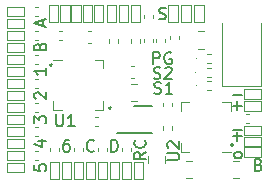
<source format=gto>
G04 #@! TF.GenerationSoftware,KiCad,Pcbnew,(5.1.9)-1*
G04 #@! TF.CreationDate,2022-12-30T13:41:52+01:00*
G04 #@! TF.ProjectId,FallerCarSystem_v2,46616c6c-6572-4436-9172-53797374656d,rev?*
G04 #@! TF.SameCoordinates,Original*
G04 #@! TF.FileFunction,Legend,Top*
G04 #@! TF.FilePolarity,Positive*
%FSLAX46Y46*%
G04 Gerber Fmt 4.6, Leading zero omitted, Abs format (unit mm)*
G04 Created by KiCad (PCBNEW (5.1.9)-1) date 2022-12-30 13:41:52*
%MOMM*%
%LPD*%
G01*
G04 APERTURE LIST*
%ADD10C,0.200000*%
%ADD11C,0.120000*%
%ADD12C,0.150000*%
%ADD13C,0.100000*%
%ADD14R,2.500000X2.500000*%
%ADD15R,1.360000X1.460000*%
%ADD16R,0.750000X0.300000*%
%ADD17R,0.500000X1.000000*%
%ADD18R,1.000000X0.500000*%
%ADD19R,1.800000X2.500000*%
%ADD20R,2.700000X2.700000*%
G04 APERTURE END LIST*
D10*
X153511285Y-56386361D02*
X153654142Y-56433980D01*
X153892238Y-56433980D01*
X153987476Y-56386361D01*
X154035095Y-56338742D01*
X154082714Y-56243504D01*
X154082714Y-56148266D01*
X154035095Y-56053028D01*
X153987476Y-56005409D01*
X153892238Y-55957790D01*
X153701761Y-55910171D01*
X153606523Y-55862552D01*
X153558904Y-55814933D01*
X153511285Y-55719695D01*
X153511285Y-55624457D01*
X153558904Y-55529219D01*
X153606523Y-55481600D01*
X153701761Y-55433980D01*
X153939857Y-55433980D01*
X154082714Y-55481600D01*
X159872419Y-67848171D02*
X159920038Y-67752933D01*
X159967657Y-67705314D01*
X160062895Y-67657695D01*
X160348609Y-67657695D01*
X160443847Y-67705314D01*
X160491466Y-67752933D01*
X160539085Y-67848171D01*
X160539085Y-67991028D01*
X160491466Y-68086266D01*
X160443847Y-68133885D01*
X160348609Y-68181504D01*
X160062895Y-68181504D01*
X159967657Y-68133885D01*
X159920038Y-68086266D01*
X159872419Y-67991028D01*
X159872419Y-67848171D01*
X160527952Y-66324171D02*
X159766047Y-66324171D01*
X160147000Y-65943219D02*
X160147000Y-66705123D01*
X160527952Y-65765371D02*
X159766047Y-65765371D01*
X149352000Y-64055714D02*
X149256761Y-63960476D01*
X149352000Y-63865238D01*
X149447238Y-63960476D01*
X149352000Y-64055714D01*
X149352000Y-63865238D01*
X152395180Y-67678276D02*
X151918990Y-68011609D01*
X152395180Y-68249704D02*
X151395180Y-68249704D01*
X151395180Y-67868752D01*
X151442800Y-67773514D01*
X151490419Y-67725895D01*
X151585657Y-67678276D01*
X151728514Y-67678276D01*
X151823752Y-67725895D01*
X151871371Y-67773514D01*
X151918990Y-67868752D01*
X151918990Y-68249704D01*
X152299942Y-66678276D02*
X152347561Y-66725895D01*
X152395180Y-66868752D01*
X152395180Y-66963990D01*
X152347561Y-67106847D01*
X152252323Y-67202085D01*
X152157085Y-67249704D01*
X151966609Y-67297323D01*
X151823752Y-67297323D01*
X151633276Y-67249704D01*
X151538038Y-67202085D01*
X151442800Y-67106847D01*
X151395180Y-66963990D01*
X151395180Y-66868752D01*
X151442800Y-66725895D01*
X151490419Y-66678276D01*
X153111295Y-62685561D02*
X153254152Y-62733180D01*
X153492247Y-62733180D01*
X153587485Y-62685561D01*
X153635104Y-62637942D01*
X153682723Y-62542704D01*
X153682723Y-62447466D01*
X153635104Y-62352228D01*
X153587485Y-62304609D01*
X153492247Y-62256990D01*
X153301771Y-62209371D01*
X153206533Y-62161752D01*
X153158914Y-62114133D01*
X153111295Y-62018895D01*
X153111295Y-61923657D01*
X153158914Y-61828419D01*
X153206533Y-61780800D01*
X153301771Y-61733180D01*
X153539866Y-61733180D01*
X153682723Y-61780800D01*
X154635104Y-62733180D02*
X154063676Y-62733180D01*
X154349390Y-62733180D02*
X154349390Y-61733180D01*
X154254152Y-61876038D01*
X154158914Y-61971276D01*
X154063676Y-62018895D01*
X153060495Y-61415561D02*
X153203352Y-61463180D01*
X153441447Y-61463180D01*
X153536685Y-61415561D01*
X153584304Y-61367942D01*
X153631923Y-61272704D01*
X153631923Y-61177466D01*
X153584304Y-61082228D01*
X153536685Y-61034609D01*
X153441447Y-60986990D01*
X153250971Y-60939371D01*
X153155733Y-60891752D01*
X153108114Y-60844133D01*
X153060495Y-60748895D01*
X153060495Y-60653657D01*
X153108114Y-60558419D01*
X153155733Y-60510800D01*
X153250971Y-60463180D01*
X153489066Y-60463180D01*
X153631923Y-60510800D01*
X154012876Y-60558419D02*
X154060495Y-60510800D01*
X154155733Y-60463180D01*
X154393828Y-60463180D01*
X154489066Y-60510800D01*
X154536685Y-60558419D01*
X154584304Y-60653657D01*
X154584304Y-60748895D01*
X154536685Y-60891752D01*
X153965257Y-61463180D01*
X154584304Y-61463180D01*
X153009695Y-60218580D02*
X153009695Y-59218580D01*
X153390647Y-59218580D01*
X153485885Y-59266200D01*
X153533504Y-59313819D01*
X153581123Y-59409057D01*
X153581123Y-59551914D01*
X153533504Y-59647152D01*
X153485885Y-59694771D01*
X153390647Y-59742390D01*
X153009695Y-59742390D01*
X154533504Y-59266200D02*
X154438266Y-59218580D01*
X154295409Y-59218580D01*
X154152552Y-59266200D01*
X154057314Y-59361438D01*
X154009695Y-59456676D01*
X153962076Y-59647152D01*
X153962076Y-59790009D01*
X154009695Y-59980485D01*
X154057314Y-60075723D01*
X154152552Y-60170961D01*
X154295409Y-60218580D01*
X154390647Y-60218580D01*
X154533504Y-60170961D01*
X154581123Y-60123342D01*
X154581123Y-59790009D01*
X154390647Y-59790009D01*
X160527952Y-62869771D02*
X159766047Y-62869771D01*
X160527952Y-63746071D02*
X159766047Y-63746071D01*
X160147000Y-63365119D02*
X160147000Y-64127023D01*
X161945628Y-68737171D02*
X162088485Y-68784790D01*
X162136104Y-68832409D01*
X162183723Y-68927647D01*
X162183723Y-69070504D01*
X162136104Y-69165742D01*
X162088485Y-69213361D01*
X161993247Y-69260980D01*
X161612295Y-69260980D01*
X161612295Y-68260980D01*
X161945628Y-68260980D01*
X162040866Y-68308600D01*
X162088485Y-68356219D01*
X162136104Y-68451457D01*
X162136104Y-68546695D01*
X162088485Y-68641933D01*
X162040866Y-68689552D01*
X161945628Y-68737171D01*
X161612295Y-68737171D01*
X159715200Y-67129114D02*
X159619961Y-67033876D01*
X159715200Y-66938638D01*
X159810438Y-67033876D01*
X159715200Y-67129114D01*
X159715200Y-66938638D01*
X144335500Y-60372714D02*
X144240261Y-60277476D01*
X144335500Y-60182238D01*
X144430738Y-60277476D01*
X144335500Y-60372714D01*
X144335500Y-60182238D01*
X149471095Y-67635380D02*
X149471095Y-66635380D01*
X149709190Y-66635380D01*
X149852047Y-66683000D01*
X149947285Y-66778238D01*
X149994904Y-66873476D01*
X150042523Y-67063952D01*
X150042523Y-67206809D01*
X149994904Y-67397285D01*
X149947285Y-67492523D01*
X149852047Y-67587761D01*
X149709190Y-67635380D01*
X149471095Y-67635380D01*
X148010523Y-67540142D02*
X147962904Y-67587761D01*
X147820047Y-67635380D01*
X147724809Y-67635380D01*
X147581952Y-67587761D01*
X147486714Y-67492523D01*
X147439095Y-67397285D01*
X147391476Y-67206809D01*
X147391476Y-67063952D01*
X147439095Y-66873476D01*
X147486714Y-66778238D01*
X147581952Y-66683000D01*
X147724809Y-66635380D01*
X147820047Y-66635380D01*
X147962904Y-66683000D01*
X148010523Y-66730619D01*
X145859476Y-66635380D02*
X145669000Y-66635380D01*
X145573761Y-66683000D01*
X145526142Y-66730619D01*
X145430904Y-66873476D01*
X145383285Y-67063952D01*
X145383285Y-67444904D01*
X145430904Y-67540142D01*
X145478523Y-67587761D01*
X145573761Y-67635380D01*
X145764238Y-67635380D01*
X145859476Y-67587761D01*
X145907095Y-67540142D01*
X145954714Y-67444904D01*
X145954714Y-67206809D01*
X145907095Y-67111571D01*
X145859476Y-67063952D01*
X145764238Y-67016333D01*
X145573761Y-67016333D01*
X145478523Y-67063952D01*
X145430904Y-67111571D01*
X145383285Y-67206809D01*
X142962380Y-68722904D02*
X142962380Y-69199095D01*
X143438571Y-69246714D01*
X143390952Y-69199095D01*
X143343333Y-69103857D01*
X143343333Y-68865761D01*
X143390952Y-68770523D01*
X143438571Y-68722904D01*
X143533809Y-68675285D01*
X143771904Y-68675285D01*
X143867142Y-68722904D01*
X143914761Y-68770523D01*
X143962380Y-68865761D01*
X143962380Y-69103857D01*
X143914761Y-69199095D01*
X143867142Y-69246714D01*
X143295714Y-66738523D02*
X143962380Y-66738523D01*
X142914761Y-66976619D02*
X143629047Y-67214714D01*
X143629047Y-66595666D01*
X142962380Y-65230333D02*
X142962380Y-64611285D01*
X143343333Y-64944619D01*
X143343333Y-64801761D01*
X143390952Y-64706523D01*
X143438571Y-64658904D01*
X143533809Y-64611285D01*
X143771904Y-64611285D01*
X143867142Y-64658904D01*
X143914761Y-64706523D01*
X143962380Y-64801761D01*
X143962380Y-65087476D01*
X143914761Y-65182714D01*
X143867142Y-65230333D01*
X143057619Y-63150714D02*
X143010000Y-63103095D01*
X142962380Y-63007857D01*
X142962380Y-62769761D01*
X143010000Y-62674523D01*
X143057619Y-62626904D01*
X143152857Y-62579285D01*
X143248095Y-62579285D01*
X143390952Y-62626904D01*
X143962380Y-63198333D01*
X143962380Y-62579285D01*
X143962380Y-60547285D02*
X143962380Y-61118714D01*
X143962380Y-60833000D02*
X142962380Y-60833000D01*
X143105238Y-60928238D01*
X143200476Y-61023476D01*
X143248095Y-61118714D01*
X143438571Y-58729571D02*
X143486190Y-58586714D01*
X143533809Y-58539095D01*
X143629047Y-58491476D01*
X143771904Y-58491476D01*
X143867142Y-58539095D01*
X143914761Y-58586714D01*
X143962380Y-58681952D01*
X143962380Y-59062904D01*
X142962380Y-59062904D01*
X142962380Y-58729571D01*
X143010000Y-58634333D01*
X143057619Y-58586714D01*
X143152857Y-58539095D01*
X143248095Y-58539095D01*
X143343333Y-58586714D01*
X143390952Y-58634333D01*
X143438571Y-58729571D01*
X143438571Y-59062904D01*
X143676666Y-57007095D02*
X143676666Y-56530904D01*
X143962380Y-57102333D02*
X142962380Y-56769000D01*
X143962380Y-56435666D01*
D11*
X158855000Y-67652000D02*
X159580000Y-67652000D01*
X155360000Y-63432000D02*
X155360000Y-64157000D01*
X156085000Y-63432000D02*
X155360000Y-63432000D01*
X159580000Y-63432000D02*
X159580000Y-64157000D01*
X158855000Y-63432000D02*
X159580000Y-63432000D01*
X155360000Y-67652000D02*
X155360000Y-66927000D01*
X156085000Y-67652000D02*
X155360000Y-67652000D01*
D12*
X149934800Y-66042400D02*
X152934800Y-66042400D01*
X151434800Y-63802400D02*
X152934800Y-63802400D01*
D11*
X151911000Y-56643500D02*
X151111000Y-56643500D01*
X151911000Y-55243500D02*
X151911000Y-56643500D01*
X151111000Y-55243500D02*
X151911000Y-55243500D01*
X151111000Y-56643500D02*
X151111000Y-55243500D01*
X149879000Y-56643500D02*
X149079000Y-56643500D01*
X149879000Y-55243500D02*
X149879000Y-56643500D01*
X149079000Y-55243500D02*
X149879000Y-55243500D01*
X149079000Y-56643500D02*
X149079000Y-55243500D01*
X150895000Y-56643500D02*
X150095000Y-56643500D01*
X150895000Y-55243500D02*
X150895000Y-56643500D01*
X150095000Y-55243500D02*
X150895000Y-55243500D01*
X150095000Y-56643500D02*
X150095000Y-55243500D01*
X144989500Y-56643500D02*
X144189500Y-56643500D01*
X144989500Y-55243500D02*
X144989500Y-56643500D01*
X144189500Y-55243500D02*
X144989500Y-55243500D01*
X144189500Y-56643500D02*
X144189500Y-55243500D01*
X145942000Y-56643500D02*
X145142000Y-56643500D01*
X145942000Y-55243500D02*
X145942000Y-56643500D01*
X145142000Y-55243500D02*
X145942000Y-55243500D01*
X145142000Y-56643500D02*
X145142000Y-55243500D01*
X146894500Y-56643500D02*
X146094500Y-56643500D01*
X146894500Y-55243500D02*
X146894500Y-56643500D01*
X146094500Y-55243500D02*
X146894500Y-55243500D01*
X146094500Y-56643500D02*
X146094500Y-55243500D01*
X147047000Y-55243500D02*
X147847000Y-55243500D01*
X147047000Y-56643500D02*
X147047000Y-55243500D01*
X147847000Y-56643500D02*
X147047000Y-56643500D01*
X147847000Y-55243500D02*
X147847000Y-56643500D01*
X147999500Y-55243500D02*
X148799500Y-55243500D01*
X147999500Y-56643500D02*
X147999500Y-55243500D01*
X148799500Y-56643500D02*
X147999500Y-56643500D01*
X148799500Y-55243500D02*
X148799500Y-56643500D01*
X155403600Y-55243500D02*
X156203600Y-55243500D01*
X155403600Y-56643500D02*
X155403600Y-55243500D01*
X156203600Y-56643500D02*
X155403600Y-56643500D01*
X156203600Y-55243500D02*
X156203600Y-56643500D01*
X156495800Y-55243500D02*
X157295800Y-55243500D01*
X156495800Y-56643500D02*
X156495800Y-55243500D01*
X157295800Y-56643500D02*
X156495800Y-56643500D01*
X157295800Y-55243500D02*
X157295800Y-56643500D01*
X162117000Y-67265600D02*
X162117000Y-68065600D01*
X160717000Y-67265600D02*
X162117000Y-67265600D01*
X160717000Y-68065600D02*
X160717000Y-67265600D01*
X162117000Y-68065600D02*
X160717000Y-68065600D01*
X154311400Y-55243500D02*
X155111400Y-55243500D01*
X154311400Y-56643500D02*
X154311400Y-55243500D01*
X155111400Y-56643500D02*
X154311400Y-56643500D01*
X155111400Y-55243500D02*
X155111400Y-56643500D01*
X152165000Y-69940400D02*
X151365000Y-69940400D01*
X152165000Y-68540400D02*
X152165000Y-69940400D01*
X151365000Y-68540400D02*
X152165000Y-68540400D01*
X151365000Y-69940400D02*
X151365000Y-68540400D01*
X151149000Y-69940400D02*
X150349000Y-69940400D01*
X151149000Y-68540400D02*
X151149000Y-69940400D01*
X150349000Y-68540400D02*
X151149000Y-68540400D01*
X150349000Y-69940400D02*
X150349000Y-68540400D01*
X162117000Y-63354000D02*
X162117000Y-64154000D01*
X160717000Y-63354000D02*
X162117000Y-63354000D01*
X160717000Y-64154000D02*
X160717000Y-63354000D01*
X162117000Y-64154000D02*
X160717000Y-64154000D01*
X160717000Y-63138000D02*
X160717000Y-62338000D01*
X162117000Y-63138000D02*
X160717000Y-63138000D01*
X162117000Y-62338000D02*
X162117000Y-63138000D01*
X160717000Y-62338000D02*
X162117000Y-62338000D01*
X160717000Y-67151200D02*
X160717000Y-66351200D01*
X162117000Y-67151200D02*
X160717000Y-67151200D01*
X162117000Y-66351200D02*
X162117000Y-67151200D01*
X160717000Y-66351200D02*
X162117000Y-66351200D01*
X160717000Y-66236800D02*
X160717000Y-65436800D01*
X162117000Y-66236800D02*
X160717000Y-66236800D01*
X162117000Y-65436800D02*
X162117000Y-66236800D01*
X160717000Y-65436800D02*
X162117000Y-65436800D01*
X140651000Y-60217000D02*
X140651000Y-59417000D01*
X142051000Y-60217000D02*
X140651000Y-60217000D01*
X142051000Y-59417000D02*
X142051000Y-60217000D01*
X140651000Y-59417000D02*
X142051000Y-59417000D01*
X140651000Y-61233000D02*
X140651000Y-60433000D01*
X142051000Y-61233000D02*
X140651000Y-61233000D01*
X142051000Y-60433000D02*
X142051000Y-61233000D01*
X140651000Y-60433000D02*
X142051000Y-60433000D01*
X140651000Y-62249000D02*
X140651000Y-61449000D01*
X142051000Y-62249000D02*
X140651000Y-62249000D01*
X142051000Y-61449000D02*
X142051000Y-62249000D01*
X140651000Y-61449000D02*
X142051000Y-61449000D01*
X140651000Y-63265000D02*
X140651000Y-62465000D01*
X142051000Y-63265000D02*
X140651000Y-63265000D01*
X142051000Y-62465000D02*
X142051000Y-63265000D01*
X140651000Y-62465000D02*
X142051000Y-62465000D01*
X140651000Y-64281000D02*
X140651000Y-63481000D01*
X142051000Y-64281000D02*
X140651000Y-64281000D01*
X142051000Y-63481000D02*
X142051000Y-64281000D01*
X140651000Y-63481000D02*
X142051000Y-63481000D01*
X140651000Y-65297000D02*
X140651000Y-64497000D01*
X142051000Y-65297000D02*
X140651000Y-65297000D01*
X142051000Y-64497000D02*
X142051000Y-65297000D01*
X140651000Y-64497000D02*
X142051000Y-64497000D01*
X140651000Y-66313000D02*
X140651000Y-65513000D01*
X142051000Y-66313000D02*
X140651000Y-66313000D01*
X142051000Y-65513000D02*
X142051000Y-66313000D01*
X140651000Y-65513000D02*
X142051000Y-65513000D01*
X140651000Y-67329000D02*
X140651000Y-66529000D01*
X142051000Y-67329000D02*
X140651000Y-67329000D01*
X142051000Y-66529000D02*
X142051000Y-67329000D01*
X140651000Y-66529000D02*
X142051000Y-66529000D01*
X140651000Y-68345000D02*
X140651000Y-67545000D01*
X142051000Y-68345000D02*
X140651000Y-68345000D01*
X142051000Y-67545000D02*
X142051000Y-68345000D01*
X140651000Y-67545000D02*
X142051000Y-67545000D01*
X140651000Y-69361000D02*
X140651000Y-68561000D01*
X142051000Y-69361000D02*
X140651000Y-69361000D01*
X142051000Y-68561000D02*
X142051000Y-69361000D01*
X140651000Y-68561000D02*
X142051000Y-68561000D01*
X145053000Y-69940400D02*
X144253000Y-69940400D01*
X145053000Y-68540400D02*
X145053000Y-69940400D01*
X144253000Y-68540400D02*
X145053000Y-68540400D01*
X144253000Y-69940400D02*
X144253000Y-68540400D01*
X146069000Y-69940400D02*
X145269000Y-69940400D01*
X146069000Y-68540400D02*
X146069000Y-69940400D01*
X145269000Y-68540400D02*
X146069000Y-68540400D01*
X145269000Y-69940400D02*
X145269000Y-68540400D01*
X140651000Y-58185000D02*
X140651000Y-57385000D01*
X142051000Y-58185000D02*
X140651000Y-58185000D01*
X142051000Y-57385000D02*
X142051000Y-58185000D01*
X140651000Y-57385000D02*
X142051000Y-57385000D01*
X140651000Y-59201000D02*
X140651000Y-58401000D01*
X142051000Y-59201000D02*
X140651000Y-59201000D01*
X142051000Y-58401000D02*
X142051000Y-59201000D01*
X140651000Y-58401000D02*
X142051000Y-58401000D01*
X140651000Y-56153000D02*
X140651000Y-55353000D01*
X142051000Y-56153000D02*
X140651000Y-56153000D01*
X142051000Y-55353000D02*
X142051000Y-56153000D01*
X140651000Y-55353000D02*
X142051000Y-55353000D01*
X140651000Y-57169000D02*
X140651000Y-56369000D01*
X142051000Y-57169000D02*
X140651000Y-57169000D01*
X142051000Y-56369000D02*
X142051000Y-57169000D01*
X140651000Y-56369000D02*
X142051000Y-56369000D01*
X149117000Y-69940400D02*
X148317000Y-69940400D01*
X149117000Y-68540400D02*
X149117000Y-69940400D01*
X148317000Y-68540400D02*
X149117000Y-68540400D01*
X148317000Y-69940400D02*
X148317000Y-68540400D01*
X150133000Y-69940400D02*
X149333000Y-69940400D01*
X150133000Y-68540400D02*
X150133000Y-69940400D01*
X149333000Y-68540400D02*
X150133000Y-68540400D01*
X149333000Y-69940400D02*
X149333000Y-68540400D01*
X147085000Y-69940400D02*
X146285000Y-69940400D01*
X147085000Y-68540400D02*
X147085000Y-69940400D01*
X146285000Y-68540400D02*
X147085000Y-68540400D01*
X146285000Y-69940400D02*
X146285000Y-68540400D01*
X148101000Y-69940400D02*
X147301000Y-69940400D01*
X148101000Y-68540400D02*
X148101000Y-69940400D01*
X147301000Y-68540400D02*
X148101000Y-68540400D01*
X147301000Y-69940400D02*
X147301000Y-68540400D01*
X154608800Y-65761841D02*
X154608800Y-65454559D01*
X153848800Y-65761841D02*
X153848800Y-65454559D01*
X153848800Y-63498759D02*
X153848800Y-63806041D01*
X154608800Y-63498759D02*
X154608800Y-63806041D01*
X151645252Y-61876000D02*
X151122748Y-61876000D01*
X151645252Y-63346000D02*
X151122748Y-63346000D01*
X156344252Y-68403800D02*
X155821748Y-68403800D01*
X156344252Y-69873800D02*
X155821748Y-69873800D01*
X156774248Y-58901000D02*
X157296752Y-58901000D01*
X156774248Y-57431000D02*
X157296752Y-57431000D01*
X154049400Y-68561852D02*
X154049400Y-68039348D01*
X152579400Y-68561852D02*
X152579400Y-68039348D01*
X158878000Y-62106000D02*
X158878000Y-56706000D01*
X162178000Y-62106000D02*
X162178000Y-56706000D01*
X158878000Y-62106000D02*
X162178000Y-62106000D01*
D13*
X156651500Y-59753500D02*
G75*
G03*
X156651500Y-59753500I-50000J0D01*
G01*
X156651500Y-62039500D02*
G75*
G03*
X156651500Y-62039500I-50000J0D01*
G01*
X156651500Y-60896500D02*
G75*
G03*
X156651500Y-60896500I-50000J0D01*
G01*
D11*
X152210500Y-58075859D02*
X152210500Y-58383141D01*
X152970500Y-58075859D02*
X152970500Y-58383141D01*
X152210500Y-56043859D02*
X152210500Y-56351141D01*
X152970500Y-56043859D02*
X152970500Y-56351141D01*
X145007359Y-58165000D02*
X145314641Y-58165000D01*
X145007359Y-57405000D02*
X145314641Y-57405000D01*
X151131000Y-58088559D02*
X151131000Y-58395841D01*
X151891000Y-58088559D02*
X151891000Y-58395841D01*
X149276800Y-58088559D02*
X149276800Y-58395841D01*
X150036800Y-58088559D02*
X150036800Y-58395841D01*
X161164241Y-64453500D02*
X160856959Y-64453500D01*
X161164241Y-65213500D02*
X160856959Y-65213500D01*
X148055359Y-65467500D02*
X148362641Y-65467500D01*
X148055359Y-64707500D02*
X148362641Y-64707500D01*
X154050000Y-58075859D02*
X154050000Y-58383141D01*
X153290000Y-58075859D02*
X153290000Y-58383141D01*
X155218400Y-58116441D02*
X155218400Y-57809159D01*
X154458400Y-58116441D02*
X154458400Y-57809159D01*
X157887641Y-59373500D02*
X157580359Y-59373500D01*
X157887641Y-60133500D02*
X157580359Y-60133500D01*
X157887641Y-61659500D02*
X157580359Y-61659500D01*
X157887641Y-62419500D02*
X157580359Y-62419500D01*
X157887641Y-60516500D02*
X157580359Y-60516500D01*
X157887641Y-61276500D02*
X157580359Y-61276500D01*
X150369000Y-67308759D02*
X150369000Y-67616041D01*
X151129000Y-67308759D02*
X151129000Y-67616041D01*
X142975359Y-60197000D02*
X143282641Y-60197000D01*
X142975359Y-59437000D02*
X143282641Y-59437000D01*
X142975359Y-62229000D02*
X143282641Y-62229000D01*
X142975359Y-61469000D02*
X143282641Y-61469000D01*
X142975359Y-64261000D02*
X143282641Y-64261000D01*
X142975359Y-63501000D02*
X143282641Y-63501000D01*
X142975359Y-66293000D02*
X143282641Y-66293000D01*
X142975359Y-65533000D02*
X143282641Y-65533000D01*
X142975359Y-68325000D02*
X143282641Y-68325000D01*
X142975359Y-67565000D02*
X143282641Y-67565000D01*
X145033000Y-67590641D02*
X145033000Y-67283359D01*
X144273000Y-67590641D02*
X144273000Y-67283359D01*
X142975359Y-58165000D02*
X143282641Y-58165000D01*
X142975359Y-57405000D02*
X143282641Y-57405000D01*
X142975359Y-55373000D02*
X143282641Y-55373000D01*
X142975359Y-56133000D02*
X143282641Y-56133000D01*
X149097000Y-67616041D02*
X149097000Y-67308759D01*
X148337000Y-67616041D02*
X148337000Y-67308759D01*
X147065000Y-67616041D02*
X147065000Y-67308759D01*
X146305000Y-67616041D02*
X146305000Y-67308759D01*
X147496920Y-58422000D02*
X147778080Y-58422000D01*
X147496920Y-57402000D02*
X147778080Y-57402000D01*
X151422980Y-60348400D02*
X151141820Y-60348400D01*
X151422980Y-61368400D02*
X151141820Y-61368400D01*
X148070000Y-59866000D02*
X148795000Y-59866000D01*
X148795000Y-59866000D02*
X148795000Y-60591000D01*
X145300000Y-64086000D02*
X144575000Y-64086000D01*
X144575000Y-64086000D02*
X144575000Y-63361000D01*
X148070000Y-64086000D02*
X148795000Y-64086000D01*
X148795000Y-64086000D02*
X148795000Y-63361000D01*
X145300000Y-59866000D02*
X144575000Y-59866000D01*
X160306652Y-69873800D02*
X159784148Y-69873800D01*
X160306652Y-68403800D02*
X159784148Y-68403800D01*
D12*
X154214580Y-68325904D02*
X155024104Y-68325904D01*
X155119342Y-68278285D01*
X155166961Y-68230666D01*
X155214580Y-68135428D01*
X155214580Y-67944952D01*
X155166961Y-67849714D01*
X155119342Y-67802095D01*
X155024104Y-67754476D01*
X154214580Y-67754476D01*
X154309819Y-67325904D02*
X154262200Y-67278285D01*
X154214580Y-67183047D01*
X154214580Y-66944952D01*
X154262200Y-66849714D01*
X154309819Y-66802095D01*
X154405057Y-66754476D01*
X154500295Y-66754476D01*
X154643152Y-66802095D01*
X155214580Y-67373523D01*
X155214580Y-66754476D01*
X144805495Y-64476380D02*
X144805495Y-65285904D01*
X144853114Y-65381142D01*
X144900733Y-65428761D01*
X144995971Y-65476380D01*
X145186447Y-65476380D01*
X145281685Y-65428761D01*
X145329304Y-65381142D01*
X145376923Y-65285904D01*
X145376923Y-64476380D01*
X146376923Y-65476380D02*
X145805495Y-65476380D01*
X146091209Y-65476380D02*
X146091209Y-64476380D01*
X145995971Y-64619238D01*
X145900733Y-64714476D01*
X145805495Y-64762095D01*
%LPC*%
D14*
X157470000Y-65542000D03*
G36*
G01*
X158595000Y-67129500D02*
X158595000Y-67829500D01*
G75*
G02*
X158532500Y-67892000I-62500J0D01*
G01*
X158407500Y-67892000D01*
G75*
G02*
X158345000Y-67829500I0J62500D01*
G01*
X158345000Y-67129500D01*
G75*
G02*
X158407500Y-67067000I62500J0D01*
G01*
X158532500Y-67067000D01*
G75*
G02*
X158595000Y-67129500I0J-62500D01*
G01*
G37*
G36*
G01*
X158095000Y-67129500D02*
X158095000Y-67829500D01*
G75*
G02*
X158032500Y-67892000I-62500J0D01*
G01*
X157907500Y-67892000D01*
G75*
G02*
X157845000Y-67829500I0J62500D01*
G01*
X157845000Y-67129500D01*
G75*
G02*
X157907500Y-67067000I62500J0D01*
G01*
X158032500Y-67067000D01*
G75*
G02*
X158095000Y-67129500I0J-62500D01*
G01*
G37*
G36*
G01*
X157595000Y-67129500D02*
X157595000Y-67829500D01*
G75*
G02*
X157532500Y-67892000I-62500J0D01*
G01*
X157407500Y-67892000D01*
G75*
G02*
X157345000Y-67829500I0J62500D01*
G01*
X157345000Y-67129500D01*
G75*
G02*
X157407500Y-67067000I62500J0D01*
G01*
X157532500Y-67067000D01*
G75*
G02*
X157595000Y-67129500I0J-62500D01*
G01*
G37*
G36*
G01*
X157095000Y-67129500D02*
X157095000Y-67829500D01*
G75*
G02*
X157032500Y-67892000I-62500J0D01*
G01*
X156907500Y-67892000D01*
G75*
G02*
X156845000Y-67829500I0J62500D01*
G01*
X156845000Y-67129500D01*
G75*
G02*
X156907500Y-67067000I62500J0D01*
G01*
X157032500Y-67067000D01*
G75*
G02*
X157095000Y-67129500I0J-62500D01*
G01*
G37*
G36*
G01*
X156595000Y-67129500D02*
X156595000Y-67829500D01*
G75*
G02*
X156532500Y-67892000I-62500J0D01*
G01*
X156407500Y-67892000D01*
G75*
G02*
X156345000Y-67829500I0J62500D01*
G01*
X156345000Y-67129500D01*
G75*
G02*
X156407500Y-67067000I62500J0D01*
G01*
X156532500Y-67067000D01*
G75*
G02*
X156595000Y-67129500I0J-62500D01*
G01*
G37*
G36*
G01*
X155945000Y-66479500D02*
X155945000Y-66604500D01*
G75*
G02*
X155882500Y-66667000I-62500J0D01*
G01*
X155182500Y-66667000D01*
G75*
G02*
X155120000Y-66604500I0J62500D01*
G01*
X155120000Y-66479500D01*
G75*
G02*
X155182500Y-66417000I62500J0D01*
G01*
X155882500Y-66417000D01*
G75*
G02*
X155945000Y-66479500I0J-62500D01*
G01*
G37*
G36*
G01*
X155945000Y-65979500D02*
X155945000Y-66104500D01*
G75*
G02*
X155882500Y-66167000I-62500J0D01*
G01*
X155182500Y-66167000D01*
G75*
G02*
X155120000Y-66104500I0J62500D01*
G01*
X155120000Y-65979500D01*
G75*
G02*
X155182500Y-65917000I62500J0D01*
G01*
X155882500Y-65917000D01*
G75*
G02*
X155945000Y-65979500I0J-62500D01*
G01*
G37*
G36*
G01*
X155945000Y-65479500D02*
X155945000Y-65604500D01*
G75*
G02*
X155882500Y-65667000I-62500J0D01*
G01*
X155182500Y-65667000D01*
G75*
G02*
X155120000Y-65604500I0J62500D01*
G01*
X155120000Y-65479500D01*
G75*
G02*
X155182500Y-65417000I62500J0D01*
G01*
X155882500Y-65417000D01*
G75*
G02*
X155945000Y-65479500I0J-62500D01*
G01*
G37*
G36*
G01*
X155945000Y-64979500D02*
X155945000Y-65104500D01*
G75*
G02*
X155882500Y-65167000I-62500J0D01*
G01*
X155182500Y-65167000D01*
G75*
G02*
X155120000Y-65104500I0J62500D01*
G01*
X155120000Y-64979500D01*
G75*
G02*
X155182500Y-64917000I62500J0D01*
G01*
X155882500Y-64917000D01*
G75*
G02*
X155945000Y-64979500I0J-62500D01*
G01*
G37*
G36*
G01*
X155945000Y-64479500D02*
X155945000Y-64604500D01*
G75*
G02*
X155882500Y-64667000I-62500J0D01*
G01*
X155182500Y-64667000D01*
G75*
G02*
X155120000Y-64604500I0J62500D01*
G01*
X155120000Y-64479500D01*
G75*
G02*
X155182500Y-64417000I62500J0D01*
G01*
X155882500Y-64417000D01*
G75*
G02*
X155945000Y-64479500I0J-62500D01*
G01*
G37*
G36*
G01*
X156595000Y-63254500D02*
X156595000Y-63954500D01*
G75*
G02*
X156532500Y-64017000I-62500J0D01*
G01*
X156407500Y-64017000D01*
G75*
G02*
X156345000Y-63954500I0J62500D01*
G01*
X156345000Y-63254500D01*
G75*
G02*
X156407500Y-63192000I62500J0D01*
G01*
X156532500Y-63192000D01*
G75*
G02*
X156595000Y-63254500I0J-62500D01*
G01*
G37*
G36*
G01*
X157095000Y-63254500D02*
X157095000Y-63954500D01*
G75*
G02*
X157032500Y-64017000I-62500J0D01*
G01*
X156907500Y-64017000D01*
G75*
G02*
X156845000Y-63954500I0J62500D01*
G01*
X156845000Y-63254500D01*
G75*
G02*
X156907500Y-63192000I62500J0D01*
G01*
X157032500Y-63192000D01*
G75*
G02*
X157095000Y-63254500I0J-62500D01*
G01*
G37*
G36*
G01*
X157595000Y-63254500D02*
X157595000Y-63954500D01*
G75*
G02*
X157532500Y-64017000I-62500J0D01*
G01*
X157407500Y-64017000D01*
G75*
G02*
X157345000Y-63954500I0J62500D01*
G01*
X157345000Y-63254500D01*
G75*
G02*
X157407500Y-63192000I62500J0D01*
G01*
X157532500Y-63192000D01*
G75*
G02*
X157595000Y-63254500I0J-62500D01*
G01*
G37*
G36*
G01*
X158095000Y-63254500D02*
X158095000Y-63954500D01*
G75*
G02*
X158032500Y-64017000I-62500J0D01*
G01*
X157907500Y-64017000D01*
G75*
G02*
X157845000Y-63954500I0J62500D01*
G01*
X157845000Y-63254500D01*
G75*
G02*
X157907500Y-63192000I62500J0D01*
G01*
X158032500Y-63192000D01*
G75*
G02*
X158095000Y-63254500I0J-62500D01*
G01*
G37*
G36*
G01*
X158595000Y-63254500D02*
X158595000Y-63954500D01*
G75*
G02*
X158532500Y-64017000I-62500J0D01*
G01*
X158407500Y-64017000D01*
G75*
G02*
X158345000Y-63954500I0J62500D01*
G01*
X158345000Y-63254500D01*
G75*
G02*
X158407500Y-63192000I62500J0D01*
G01*
X158532500Y-63192000D01*
G75*
G02*
X158595000Y-63254500I0J-62500D01*
G01*
G37*
G36*
G01*
X159820000Y-64479500D02*
X159820000Y-64604500D01*
G75*
G02*
X159757500Y-64667000I-62500J0D01*
G01*
X159057500Y-64667000D01*
G75*
G02*
X158995000Y-64604500I0J62500D01*
G01*
X158995000Y-64479500D01*
G75*
G02*
X159057500Y-64417000I62500J0D01*
G01*
X159757500Y-64417000D01*
G75*
G02*
X159820000Y-64479500I0J-62500D01*
G01*
G37*
G36*
G01*
X159820000Y-64979500D02*
X159820000Y-65104500D01*
G75*
G02*
X159757500Y-65167000I-62500J0D01*
G01*
X159057500Y-65167000D01*
G75*
G02*
X158995000Y-65104500I0J62500D01*
G01*
X158995000Y-64979500D01*
G75*
G02*
X159057500Y-64917000I62500J0D01*
G01*
X159757500Y-64917000D01*
G75*
G02*
X159820000Y-64979500I0J-62500D01*
G01*
G37*
G36*
G01*
X159820000Y-65479500D02*
X159820000Y-65604500D01*
G75*
G02*
X159757500Y-65667000I-62500J0D01*
G01*
X159057500Y-65667000D01*
G75*
G02*
X158995000Y-65604500I0J62500D01*
G01*
X158995000Y-65479500D01*
G75*
G02*
X159057500Y-65417000I62500J0D01*
G01*
X159757500Y-65417000D01*
G75*
G02*
X159820000Y-65479500I0J-62500D01*
G01*
G37*
G36*
G01*
X159820000Y-65979500D02*
X159820000Y-66104500D01*
G75*
G02*
X159757500Y-66167000I-62500J0D01*
G01*
X159057500Y-66167000D01*
G75*
G02*
X158995000Y-66104500I0J62500D01*
G01*
X158995000Y-65979500D01*
G75*
G02*
X159057500Y-65917000I62500J0D01*
G01*
X159757500Y-65917000D01*
G75*
G02*
X159820000Y-65979500I0J-62500D01*
G01*
G37*
G36*
G01*
X159820000Y-66479500D02*
X159820000Y-66604500D01*
G75*
G02*
X159757500Y-66667000I-62500J0D01*
G01*
X159057500Y-66667000D01*
G75*
G02*
X158995000Y-66604500I0J62500D01*
G01*
X158995000Y-66479500D01*
G75*
G02*
X159057500Y-66417000I62500J0D01*
G01*
X159757500Y-66417000D01*
G75*
G02*
X159820000Y-66479500I0J-62500D01*
G01*
G37*
D15*
X151434800Y-64922400D03*
D16*
X152934800Y-64172400D03*
X152934800Y-64672400D03*
X152934800Y-65172400D03*
X152934800Y-65672400D03*
X149934800Y-65672400D03*
X149934800Y-65172400D03*
X149934800Y-64672400D03*
X149934800Y-64172400D03*
D17*
X151511000Y-55943500D03*
X149479000Y-55943500D03*
X150495000Y-55943500D03*
X144589500Y-55943500D03*
X145542000Y-55943500D03*
X146494500Y-55943500D03*
X147447000Y-55943500D03*
X148399500Y-55943500D03*
X155803600Y-55943500D03*
X156895800Y-55943500D03*
D18*
X161417000Y-67665600D03*
D17*
X154711400Y-55943500D03*
X151765000Y-69240400D03*
X150749000Y-69240400D03*
D18*
X161417000Y-63754000D03*
X161417000Y-62738000D03*
X161417000Y-66751200D03*
X161417000Y-65836800D03*
X141351000Y-59817000D03*
X141351000Y-60833000D03*
X141351000Y-61849000D03*
X141351000Y-62865000D03*
X141351000Y-63881000D03*
X141351000Y-64897000D03*
X141351000Y-65913000D03*
X141351000Y-66929000D03*
X141351000Y-67945000D03*
X141351000Y-68961000D03*
D17*
X144653000Y-69240400D03*
X145669000Y-69240400D03*
D18*
X141351000Y-57785000D03*
X141351000Y-58801000D03*
X141351000Y-55753000D03*
X141351000Y-56769000D03*
D17*
X148717000Y-69240400D03*
X149733000Y-69240400D03*
X146685000Y-69240400D03*
X147701000Y-69240400D03*
G36*
G01*
X154413800Y-65368200D02*
X154043800Y-65368200D01*
G75*
G02*
X153908800Y-65233200I0J135000D01*
G01*
X153908800Y-64963200D01*
G75*
G02*
X154043800Y-64828200I135000J0D01*
G01*
X154413800Y-64828200D01*
G75*
G02*
X154548800Y-64963200I0J-135000D01*
G01*
X154548800Y-65233200D01*
G75*
G02*
X154413800Y-65368200I-135000J0D01*
G01*
G37*
G36*
G01*
X154413800Y-66388200D02*
X154043800Y-66388200D01*
G75*
G02*
X153908800Y-66253200I0J135000D01*
G01*
X153908800Y-65983200D01*
G75*
G02*
X154043800Y-65848200I135000J0D01*
G01*
X154413800Y-65848200D01*
G75*
G02*
X154548800Y-65983200I0J-135000D01*
G01*
X154548800Y-66253200D01*
G75*
G02*
X154413800Y-66388200I-135000J0D01*
G01*
G37*
G36*
G01*
X154043800Y-63892400D02*
X154413800Y-63892400D01*
G75*
G02*
X154548800Y-64027400I0J-135000D01*
G01*
X154548800Y-64297400D01*
G75*
G02*
X154413800Y-64432400I-135000J0D01*
G01*
X154043800Y-64432400D01*
G75*
G02*
X153908800Y-64297400I0J135000D01*
G01*
X153908800Y-64027400D01*
G75*
G02*
X154043800Y-63892400I135000J0D01*
G01*
G37*
G36*
G01*
X154043800Y-62872400D02*
X154413800Y-62872400D01*
G75*
G02*
X154548800Y-63007400I0J-135000D01*
G01*
X154548800Y-63277400D01*
G75*
G02*
X154413800Y-63412400I-135000J0D01*
G01*
X154043800Y-63412400D01*
G75*
G02*
X153908800Y-63277400I0J135000D01*
G01*
X153908800Y-63007400D01*
G75*
G02*
X154043800Y-62872400I135000J0D01*
G01*
G37*
G36*
G01*
X150934000Y-62136000D02*
X150934000Y-63086000D01*
G75*
G02*
X150684000Y-63336000I-250000J0D01*
G01*
X150184000Y-63336000D01*
G75*
G02*
X149934000Y-63086000I0J250000D01*
G01*
X149934000Y-62136000D01*
G75*
G02*
X150184000Y-61886000I250000J0D01*
G01*
X150684000Y-61886000D01*
G75*
G02*
X150934000Y-62136000I0J-250000D01*
G01*
G37*
G36*
G01*
X152834000Y-62136000D02*
X152834000Y-63086000D01*
G75*
G02*
X152584000Y-63336000I-250000J0D01*
G01*
X152084000Y-63336000D01*
G75*
G02*
X151834000Y-63086000I0J250000D01*
G01*
X151834000Y-62136000D01*
G75*
G02*
X152084000Y-61886000I250000J0D01*
G01*
X152584000Y-61886000D01*
G75*
G02*
X152834000Y-62136000I0J-250000D01*
G01*
G37*
G36*
G01*
X155633000Y-68663800D02*
X155633000Y-69613800D01*
G75*
G02*
X155383000Y-69863800I-250000J0D01*
G01*
X154883000Y-69863800D01*
G75*
G02*
X154633000Y-69613800I0J250000D01*
G01*
X154633000Y-68663800D01*
G75*
G02*
X154883000Y-68413800I250000J0D01*
G01*
X155383000Y-68413800D01*
G75*
G02*
X155633000Y-68663800I0J-250000D01*
G01*
G37*
G36*
G01*
X157533000Y-68663800D02*
X157533000Y-69613800D01*
G75*
G02*
X157283000Y-69863800I-250000J0D01*
G01*
X156783000Y-69863800D01*
G75*
G02*
X156533000Y-69613800I0J250000D01*
G01*
X156533000Y-68663800D01*
G75*
G02*
X156783000Y-68413800I250000J0D01*
G01*
X157283000Y-68413800D01*
G75*
G02*
X157533000Y-68663800I0J-250000D01*
G01*
G37*
G36*
G01*
X157485500Y-58641000D02*
X157485500Y-57691000D01*
G75*
G02*
X157735500Y-57441000I250000J0D01*
G01*
X158235500Y-57441000D01*
G75*
G02*
X158485500Y-57691000I0J-250000D01*
G01*
X158485500Y-58641000D01*
G75*
G02*
X158235500Y-58891000I-250000J0D01*
G01*
X157735500Y-58891000D01*
G75*
G02*
X157485500Y-58641000I0J250000D01*
G01*
G37*
G36*
G01*
X155585500Y-58641000D02*
X155585500Y-57691000D01*
G75*
G02*
X155835500Y-57441000I250000J0D01*
G01*
X156335500Y-57441000D01*
G75*
G02*
X156585500Y-57691000I0J-250000D01*
G01*
X156585500Y-58641000D01*
G75*
G02*
X156335500Y-58891000I-250000J0D01*
G01*
X155835500Y-58891000D01*
G75*
G02*
X155585500Y-58641000I0J250000D01*
G01*
G37*
G36*
G01*
X153789400Y-67850600D02*
X152839400Y-67850600D01*
G75*
G02*
X152589400Y-67600600I0J250000D01*
G01*
X152589400Y-67100600D01*
G75*
G02*
X152839400Y-66850600I250000J0D01*
G01*
X153789400Y-66850600D01*
G75*
G02*
X154039400Y-67100600I0J-250000D01*
G01*
X154039400Y-67600600D01*
G75*
G02*
X153789400Y-67850600I-250000J0D01*
G01*
G37*
G36*
G01*
X153789400Y-69750600D02*
X152839400Y-69750600D01*
G75*
G02*
X152589400Y-69500600I0J250000D01*
G01*
X152589400Y-69000600D01*
G75*
G02*
X152839400Y-68750600I250000J0D01*
G01*
X153789400Y-68750600D01*
G75*
G02*
X154039400Y-69000600I0J-250000D01*
G01*
X154039400Y-69500600D01*
G75*
G02*
X153789400Y-69750600I-250000J0D01*
G01*
G37*
D19*
X160528000Y-56706000D03*
X160528000Y-60706000D03*
G36*
G01*
X155321500Y-59581000D02*
X155321500Y-59926000D01*
G75*
G02*
X155174000Y-60073500I-147500J0D01*
G01*
X154879000Y-60073500D01*
G75*
G02*
X154731500Y-59926000I0J147500D01*
G01*
X154731500Y-59581000D01*
G75*
G02*
X154879000Y-59433500I147500J0D01*
G01*
X155174000Y-59433500D01*
G75*
G02*
X155321500Y-59581000I0J-147500D01*
G01*
G37*
G36*
G01*
X156291500Y-59581000D02*
X156291500Y-59926000D01*
G75*
G02*
X156144000Y-60073500I-147500J0D01*
G01*
X155849000Y-60073500D01*
G75*
G02*
X155701500Y-59926000I0J147500D01*
G01*
X155701500Y-59581000D01*
G75*
G02*
X155849000Y-59433500I147500J0D01*
G01*
X156144000Y-59433500D01*
G75*
G02*
X156291500Y-59581000I0J-147500D01*
G01*
G37*
G36*
G01*
X155321500Y-61867000D02*
X155321500Y-62212000D01*
G75*
G02*
X155174000Y-62359500I-147500J0D01*
G01*
X154879000Y-62359500D01*
G75*
G02*
X154731500Y-62212000I0J147500D01*
G01*
X154731500Y-61867000D01*
G75*
G02*
X154879000Y-61719500I147500J0D01*
G01*
X155174000Y-61719500D01*
G75*
G02*
X155321500Y-61867000I0J-147500D01*
G01*
G37*
G36*
G01*
X156291500Y-61867000D02*
X156291500Y-62212000D01*
G75*
G02*
X156144000Y-62359500I-147500J0D01*
G01*
X155849000Y-62359500D01*
G75*
G02*
X155701500Y-62212000I0J147500D01*
G01*
X155701500Y-61867000D01*
G75*
G02*
X155849000Y-61719500I147500J0D01*
G01*
X156144000Y-61719500D01*
G75*
G02*
X156291500Y-61867000I0J-147500D01*
G01*
G37*
G36*
G01*
X155321500Y-60724000D02*
X155321500Y-61069000D01*
G75*
G02*
X155174000Y-61216500I-147500J0D01*
G01*
X154879000Y-61216500D01*
G75*
G02*
X154731500Y-61069000I0J147500D01*
G01*
X154731500Y-60724000D01*
G75*
G02*
X154879000Y-60576500I147500J0D01*
G01*
X155174000Y-60576500D01*
G75*
G02*
X155321500Y-60724000I0J-147500D01*
G01*
G37*
G36*
G01*
X156291500Y-60724000D02*
X156291500Y-61069000D01*
G75*
G02*
X156144000Y-61216500I-147500J0D01*
G01*
X155849000Y-61216500D01*
G75*
G02*
X155701500Y-61069000I0J147500D01*
G01*
X155701500Y-60724000D01*
G75*
G02*
X155849000Y-60576500I147500J0D01*
G01*
X156144000Y-60576500D01*
G75*
G02*
X156291500Y-60724000I0J-147500D01*
G01*
G37*
G36*
G01*
X152405500Y-58469500D02*
X152775500Y-58469500D01*
G75*
G02*
X152910500Y-58604500I0J-135000D01*
G01*
X152910500Y-58874500D01*
G75*
G02*
X152775500Y-59009500I-135000J0D01*
G01*
X152405500Y-59009500D01*
G75*
G02*
X152270500Y-58874500I0J135000D01*
G01*
X152270500Y-58604500D01*
G75*
G02*
X152405500Y-58469500I135000J0D01*
G01*
G37*
G36*
G01*
X152405500Y-57449500D02*
X152775500Y-57449500D01*
G75*
G02*
X152910500Y-57584500I0J-135000D01*
G01*
X152910500Y-57854500D01*
G75*
G02*
X152775500Y-57989500I-135000J0D01*
G01*
X152405500Y-57989500D01*
G75*
G02*
X152270500Y-57854500I0J135000D01*
G01*
X152270500Y-57584500D01*
G75*
G02*
X152405500Y-57449500I135000J0D01*
G01*
G37*
G36*
G01*
X152405500Y-56437500D02*
X152775500Y-56437500D01*
G75*
G02*
X152910500Y-56572500I0J-135000D01*
G01*
X152910500Y-56842500D01*
G75*
G02*
X152775500Y-56977500I-135000J0D01*
G01*
X152405500Y-56977500D01*
G75*
G02*
X152270500Y-56842500I0J135000D01*
G01*
X152270500Y-56572500D01*
G75*
G02*
X152405500Y-56437500I135000J0D01*
G01*
G37*
G36*
G01*
X152405500Y-55417500D02*
X152775500Y-55417500D01*
G75*
G02*
X152910500Y-55552500I0J-135000D01*
G01*
X152910500Y-55822500D01*
G75*
G02*
X152775500Y-55957500I-135000J0D01*
G01*
X152405500Y-55957500D01*
G75*
G02*
X152270500Y-55822500I0J135000D01*
G01*
X152270500Y-55552500D01*
G75*
G02*
X152405500Y-55417500I135000J0D01*
G01*
G37*
G36*
G01*
X145401000Y-57970000D02*
X145401000Y-57600000D01*
G75*
G02*
X145536000Y-57465000I135000J0D01*
G01*
X145806000Y-57465000D01*
G75*
G02*
X145941000Y-57600000I0J-135000D01*
G01*
X145941000Y-57970000D01*
G75*
G02*
X145806000Y-58105000I-135000J0D01*
G01*
X145536000Y-58105000D01*
G75*
G02*
X145401000Y-57970000I0J135000D01*
G01*
G37*
G36*
G01*
X144381000Y-57970000D02*
X144381000Y-57600000D01*
G75*
G02*
X144516000Y-57465000I135000J0D01*
G01*
X144786000Y-57465000D01*
G75*
G02*
X144921000Y-57600000I0J-135000D01*
G01*
X144921000Y-57970000D01*
G75*
G02*
X144786000Y-58105000I-135000J0D01*
G01*
X144516000Y-58105000D01*
G75*
G02*
X144381000Y-57970000I0J135000D01*
G01*
G37*
G36*
G01*
X151326000Y-58482200D02*
X151696000Y-58482200D01*
G75*
G02*
X151831000Y-58617200I0J-135000D01*
G01*
X151831000Y-58887200D01*
G75*
G02*
X151696000Y-59022200I-135000J0D01*
G01*
X151326000Y-59022200D01*
G75*
G02*
X151191000Y-58887200I0J135000D01*
G01*
X151191000Y-58617200D01*
G75*
G02*
X151326000Y-58482200I135000J0D01*
G01*
G37*
G36*
G01*
X151326000Y-57462200D02*
X151696000Y-57462200D01*
G75*
G02*
X151831000Y-57597200I0J-135000D01*
G01*
X151831000Y-57867200D01*
G75*
G02*
X151696000Y-58002200I-135000J0D01*
G01*
X151326000Y-58002200D01*
G75*
G02*
X151191000Y-57867200I0J135000D01*
G01*
X151191000Y-57597200D01*
G75*
G02*
X151326000Y-57462200I135000J0D01*
G01*
G37*
G36*
G01*
X149471800Y-58482200D02*
X149841800Y-58482200D01*
G75*
G02*
X149976800Y-58617200I0J-135000D01*
G01*
X149976800Y-58887200D01*
G75*
G02*
X149841800Y-59022200I-135000J0D01*
G01*
X149471800Y-59022200D01*
G75*
G02*
X149336800Y-58887200I0J135000D01*
G01*
X149336800Y-58617200D01*
G75*
G02*
X149471800Y-58482200I135000J0D01*
G01*
G37*
G36*
G01*
X149471800Y-57462200D02*
X149841800Y-57462200D01*
G75*
G02*
X149976800Y-57597200I0J-135000D01*
G01*
X149976800Y-57867200D01*
G75*
G02*
X149841800Y-58002200I-135000J0D01*
G01*
X149471800Y-58002200D01*
G75*
G02*
X149336800Y-57867200I0J135000D01*
G01*
X149336800Y-57597200D01*
G75*
G02*
X149471800Y-57462200I135000J0D01*
G01*
G37*
G36*
G01*
X160770600Y-64648500D02*
X160770600Y-65018500D01*
G75*
G02*
X160635600Y-65153500I-135000J0D01*
G01*
X160365600Y-65153500D01*
G75*
G02*
X160230600Y-65018500I0J135000D01*
G01*
X160230600Y-64648500D01*
G75*
G02*
X160365600Y-64513500I135000J0D01*
G01*
X160635600Y-64513500D01*
G75*
G02*
X160770600Y-64648500I0J-135000D01*
G01*
G37*
G36*
G01*
X161790600Y-64648500D02*
X161790600Y-65018500D01*
G75*
G02*
X161655600Y-65153500I-135000J0D01*
G01*
X161385600Y-65153500D01*
G75*
G02*
X161250600Y-65018500I0J135000D01*
G01*
X161250600Y-64648500D01*
G75*
G02*
X161385600Y-64513500I135000J0D01*
G01*
X161655600Y-64513500D01*
G75*
G02*
X161790600Y-64648500I0J-135000D01*
G01*
G37*
G36*
G01*
X148449000Y-65272500D02*
X148449000Y-64902500D01*
G75*
G02*
X148584000Y-64767500I135000J0D01*
G01*
X148854000Y-64767500D01*
G75*
G02*
X148989000Y-64902500I0J-135000D01*
G01*
X148989000Y-65272500D01*
G75*
G02*
X148854000Y-65407500I-135000J0D01*
G01*
X148584000Y-65407500D01*
G75*
G02*
X148449000Y-65272500I0J135000D01*
G01*
G37*
G36*
G01*
X147429000Y-65272500D02*
X147429000Y-64902500D01*
G75*
G02*
X147564000Y-64767500I135000J0D01*
G01*
X147834000Y-64767500D01*
G75*
G02*
X147969000Y-64902500I0J-135000D01*
G01*
X147969000Y-65272500D01*
G75*
G02*
X147834000Y-65407500I-135000J0D01*
G01*
X147564000Y-65407500D01*
G75*
G02*
X147429000Y-65272500I0J135000D01*
G01*
G37*
G36*
G01*
X153485000Y-57449500D02*
X153855000Y-57449500D01*
G75*
G02*
X153990000Y-57584500I0J-135000D01*
G01*
X153990000Y-57854500D01*
G75*
G02*
X153855000Y-57989500I-135000J0D01*
G01*
X153485000Y-57989500D01*
G75*
G02*
X153350000Y-57854500I0J135000D01*
G01*
X153350000Y-57584500D01*
G75*
G02*
X153485000Y-57449500I135000J0D01*
G01*
G37*
G36*
G01*
X153485000Y-58469500D02*
X153855000Y-58469500D01*
G75*
G02*
X153990000Y-58604500I0J-135000D01*
G01*
X153990000Y-58874500D01*
G75*
G02*
X153855000Y-59009500I-135000J0D01*
G01*
X153485000Y-59009500D01*
G75*
G02*
X153350000Y-58874500I0J135000D01*
G01*
X153350000Y-58604500D01*
G75*
G02*
X153485000Y-58469500I135000J0D01*
G01*
G37*
G36*
G01*
X155023400Y-57722800D02*
X154653400Y-57722800D01*
G75*
G02*
X154518400Y-57587800I0J135000D01*
G01*
X154518400Y-57317800D01*
G75*
G02*
X154653400Y-57182800I135000J0D01*
G01*
X155023400Y-57182800D01*
G75*
G02*
X155158400Y-57317800I0J-135000D01*
G01*
X155158400Y-57587800D01*
G75*
G02*
X155023400Y-57722800I-135000J0D01*
G01*
G37*
G36*
G01*
X155023400Y-58742800D02*
X154653400Y-58742800D01*
G75*
G02*
X154518400Y-58607800I0J135000D01*
G01*
X154518400Y-58337800D01*
G75*
G02*
X154653400Y-58202800I135000J0D01*
G01*
X155023400Y-58202800D01*
G75*
G02*
X155158400Y-58337800I0J-135000D01*
G01*
X155158400Y-58607800D01*
G75*
G02*
X155023400Y-58742800I-135000J0D01*
G01*
G37*
G36*
G01*
X157494000Y-59568500D02*
X157494000Y-59938500D01*
G75*
G02*
X157359000Y-60073500I-135000J0D01*
G01*
X157089000Y-60073500D01*
G75*
G02*
X156954000Y-59938500I0J135000D01*
G01*
X156954000Y-59568500D01*
G75*
G02*
X157089000Y-59433500I135000J0D01*
G01*
X157359000Y-59433500D01*
G75*
G02*
X157494000Y-59568500I0J-135000D01*
G01*
G37*
G36*
G01*
X158514000Y-59568500D02*
X158514000Y-59938500D01*
G75*
G02*
X158379000Y-60073500I-135000J0D01*
G01*
X158109000Y-60073500D01*
G75*
G02*
X157974000Y-59938500I0J135000D01*
G01*
X157974000Y-59568500D01*
G75*
G02*
X158109000Y-59433500I135000J0D01*
G01*
X158379000Y-59433500D01*
G75*
G02*
X158514000Y-59568500I0J-135000D01*
G01*
G37*
G36*
G01*
X157494000Y-61854500D02*
X157494000Y-62224500D01*
G75*
G02*
X157359000Y-62359500I-135000J0D01*
G01*
X157089000Y-62359500D01*
G75*
G02*
X156954000Y-62224500I0J135000D01*
G01*
X156954000Y-61854500D01*
G75*
G02*
X157089000Y-61719500I135000J0D01*
G01*
X157359000Y-61719500D01*
G75*
G02*
X157494000Y-61854500I0J-135000D01*
G01*
G37*
G36*
G01*
X158514000Y-61854500D02*
X158514000Y-62224500D01*
G75*
G02*
X158379000Y-62359500I-135000J0D01*
G01*
X158109000Y-62359500D01*
G75*
G02*
X157974000Y-62224500I0J135000D01*
G01*
X157974000Y-61854500D01*
G75*
G02*
X158109000Y-61719500I135000J0D01*
G01*
X158379000Y-61719500D01*
G75*
G02*
X158514000Y-61854500I0J-135000D01*
G01*
G37*
G36*
G01*
X157494000Y-60711500D02*
X157494000Y-61081500D01*
G75*
G02*
X157359000Y-61216500I-135000J0D01*
G01*
X157089000Y-61216500D01*
G75*
G02*
X156954000Y-61081500I0J135000D01*
G01*
X156954000Y-60711500D01*
G75*
G02*
X157089000Y-60576500I135000J0D01*
G01*
X157359000Y-60576500D01*
G75*
G02*
X157494000Y-60711500I0J-135000D01*
G01*
G37*
G36*
G01*
X158514000Y-60711500D02*
X158514000Y-61081500D01*
G75*
G02*
X158379000Y-61216500I-135000J0D01*
G01*
X158109000Y-61216500D01*
G75*
G02*
X157974000Y-61081500I0J135000D01*
G01*
X157974000Y-60711500D01*
G75*
G02*
X158109000Y-60576500I135000J0D01*
G01*
X158379000Y-60576500D01*
G75*
G02*
X158514000Y-60711500I0J-135000D01*
G01*
G37*
G36*
G01*
X150564000Y-67702400D02*
X150934000Y-67702400D01*
G75*
G02*
X151069000Y-67837400I0J-135000D01*
G01*
X151069000Y-68107400D01*
G75*
G02*
X150934000Y-68242400I-135000J0D01*
G01*
X150564000Y-68242400D01*
G75*
G02*
X150429000Y-68107400I0J135000D01*
G01*
X150429000Y-67837400D01*
G75*
G02*
X150564000Y-67702400I135000J0D01*
G01*
G37*
G36*
G01*
X150564000Y-66682400D02*
X150934000Y-66682400D01*
G75*
G02*
X151069000Y-66817400I0J-135000D01*
G01*
X151069000Y-67087400D01*
G75*
G02*
X150934000Y-67222400I-135000J0D01*
G01*
X150564000Y-67222400D01*
G75*
G02*
X150429000Y-67087400I0J135000D01*
G01*
X150429000Y-66817400D01*
G75*
G02*
X150564000Y-66682400I135000J0D01*
G01*
G37*
G36*
G01*
X143369000Y-60002000D02*
X143369000Y-59632000D01*
G75*
G02*
X143504000Y-59497000I135000J0D01*
G01*
X143774000Y-59497000D01*
G75*
G02*
X143909000Y-59632000I0J-135000D01*
G01*
X143909000Y-60002000D01*
G75*
G02*
X143774000Y-60137000I-135000J0D01*
G01*
X143504000Y-60137000D01*
G75*
G02*
X143369000Y-60002000I0J135000D01*
G01*
G37*
G36*
G01*
X142349000Y-60002000D02*
X142349000Y-59632000D01*
G75*
G02*
X142484000Y-59497000I135000J0D01*
G01*
X142754000Y-59497000D01*
G75*
G02*
X142889000Y-59632000I0J-135000D01*
G01*
X142889000Y-60002000D01*
G75*
G02*
X142754000Y-60137000I-135000J0D01*
G01*
X142484000Y-60137000D01*
G75*
G02*
X142349000Y-60002000I0J135000D01*
G01*
G37*
G36*
G01*
X143369000Y-62034000D02*
X143369000Y-61664000D01*
G75*
G02*
X143504000Y-61529000I135000J0D01*
G01*
X143774000Y-61529000D01*
G75*
G02*
X143909000Y-61664000I0J-135000D01*
G01*
X143909000Y-62034000D01*
G75*
G02*
X143774000Y-62169000I-135000J0D01*
G01*
X143504000Y-62169000D01*
G75*
G02*
X143369000Y-62034000I0J135000D01*
G01*
G37*
G36*
G01*
X142349000Y-62034000D02*
X142349000Y-61664000D01*
G75*
G02*
X142484000Y-61529000I135000J0D01*
G01*
X142754000Y-61529000D01*
G75*
G02*
X142889000Y-61664000I0J-135000D01*
G01*
X142889000Y-62034000D01*
G75*
G02*
X142754000Y-62169000I-135000J0D01*
G01*
X142484000Y-62169000D01*
G75*
G02*
X142349000Y-62034000I0J135000D01*
G01*
G37*
G36*
G01*
X143369000Y-64066000D02*
X143369000Y-63696000D01*
G75*
G02*
X143504000Y-63561000I135000J0D01*
G01*
X143774000Y-63561000D01*
G75*
G02*
X143909000Y-63696000I0J-135000D01*
G01*
X143909000Y-64066000D01*
G75*
G02*
X143774000Y-64201000I-135000J0D01*
G01*
X143504000Y-64201000D01*
G75*
G02*
X143369000Y-64066000I0J135000D01*
G01*
G37*
G36*
G01*
X142349000Y-64066000D02*
X142349000Y-63696000D01*
G75*
G02*
X142484000Y-63561000I135000J0D01*
G01*
X142754000Y-63561000D01*
G75*
G02*
X142889000Y-63696000I0J-135000D01*
G01*
X142889000Y-64066000D01*
G75*
G02*
X142754000Y-64201000I-135000J0D01*
G01*
X142484000Y-64201000D01*
G75*
G02*
X142349000Y-64066000I0J135000D01*
G01*
G37*
G36*
G01*
X143369000Y-66098000D02*
X143369000Y-65728000D01*
G75*
G02*
X143504000Y-65593000I135000J0D01*
G01*
X143774000Y-65593000D01*
G75*
G02*
X143909000Y-65728000I0J-135000D01*
G01*
X143909000Y-66098000D01*
G75*
G02*
X143774000Y-66233000I-135000J0D01*
G01*
X143504000Y-66233000D01*
G75*
G02*
X143369000Y-66098000I0J135000D01*
G01*
G37*
G36*
G01*
X142349000Y-66098000D02*
X142349000Y-65728000D01*
G75*
G02*
X142484000Y-65593000I135000J0D01*
G01*
X142754000Y-65593000D01*
G75*
G02*
X142889000Y-65728000I0J-135000D01*
G01*
X142889000Y-66098000D01*
G75*
G02*
X142754000Y-66233000I-135000J0D01*
G01*
X142484000Y-66233000D01*
G75*
G02*
X142349000Y-66098000I0J135000D01*
G01*
G37*
G36*
G01*
X143369000Y-68130000D02*
X143369000Y-67760000D01*
G75*
G02*
X143504000Y-67625000I135000J0D01*
G01*
X143774000Y-67625000D01*
G75*
G02*
X143909000Y-67760000I0J-135000D01*
G01*
X143909000Y-68130000D01*
G75*
G02*
X143774000Y-68265000I-135000J0D01*
G01*
X143504000Y-68265000D01*
G75*
G02*
X143369000Y-68130000I0J135000D01*
G01*
G37*
G36*
G01*
X142349000Y-68130000D02*
X142349000Y-67760000D01*
G75*
G02*
X142484000Y-67625000I135000J0D01*
G01*
X142754000Y-67625000D01*
G75*
G02*
X142889000Y-67760000I0J-135000D01*
G01*
X142889000Y-68130000D01*
G75*
G02*
X142754000Y-68265000I-135000J0D01*
G01*
X142484000Y-68265000D01*
G75*
G02*
X142349000Y-68130000I0J135000D01*
G01*
G37*
G36*
G01*
X144838000Y-67197000D02*
X144468000Y-67197000D01*
G75*
G02*
X144333000Y-67062000I0J135000D01*
G01*
X144333000Y-66792000D01*
G75*
G02*
X144468000Y-66657000I135000J0D01*
G01*
X144838000Y-66657000D01*
G75*
G02*
X144973000Y-66792000I0J-135000D01*
G01*
X144973000Y-67062000D01*
G75*
G02*
X144838000Y-67197000I-135000J0D01*
G01*
G37*
G36*
G01*
X144838000Y-68217000D02*
X144468000Y-68217000D01*
G75*
G02*
X144333000Y-68082000I0J135000D01*
G01*
X144333000Y-67812000D01*
G75*
G02*
X144468000Y-67677000I135000J0D01*
G01*
X144838000Y-67677000D01*
G75*
G02*
X144973000Y-67812000I0J-135000D01*
G01*
X144973000Y-68082000D01*
G75*
G02*
X144838000Y-68217000I-135000J0D01*
G01*
G37*
G36*
G01*
X143369000Y-57970000D02*
X143369000Y-57600000D01*
G75*
G02*
X143504000Y-57465000I135000J0D01*
G01*
X143774000Y-57465000D01*
G75*
G02*
X143909000Y-57600000I0J-135000D01*
G01*
X143909000Y-57970000D01*
G75*
G02*
X143774000Y-58105000I-135000J0D01*
G01*
X143504000Y-58105000D01*
G75*
G02*
X143369000Y-57970000I0J135000D01*
G01*
G37*
G36*
G01*
X142349000Y-57970000D02*
X142349000Y-57600000D01*
G75*
G02*
X142484000Y-57465000I135000J0D01*
G01*
X142754000Y-57465000D01*
G75*
G02*
X142889000Y-57600000I0J-135000D01*
G01*
X142889000Y-57970000D01*
G75*
G02*
X142754000Y-58105000I-135000J0D01*
G01*
X142484000Y-58105000D01*
G75*
G02*
X142349000Y-57970000I0J135000D01*
G01*
G37*
G36*
G01*
X142349000Y-55938000D02*
X142349000Y-55568000D01*
G75*
G02*
X142484000Y-55433000I135000J0D01*
G01*
X142754000Y-55433000D01*
G75*
G02*
X142889000Y-55568000I0J-135000D01*
G01*
X142889000Y-55938000D01*
G75*
G02*
X142754000Y-56073000I-135000J0D01*
G01*
X142484000Y-56073000D01*
G75*
G02*
X142349000Y-55938000I0J135000D01*
G01*
G37*
G36*
G01*
X143369000Y-55938000D02*
X143369000Y-55568000D01*
G75*
G02*
X143504000Y-55433000I135000J0D01*
G01*
X143774000Y-55433000D01*
G75*
G02*
X143909000Y-55568000I0J-135000D01*
G01*
X143909000Y-55938000D01*
G75*
G02*
X143774000Y-56073000I-135000J0D01*
G01*
X143504000Y-56073000D01*
G75*
G02*
X143369000Y-55938000I0J135000D01*
G01*
G37*
G36*
G01*
X148902000Y-67222400D02*
X148532000Y-67222400D01*
G75*
G02*
X148397000Y-67087400I0J135000D01*
G01*
X148397000Y-66817400D01*
G75*
G02*
X148532000Y-66682400I135000J0D01*
G01*
X148902000Y-66682400D01*
G75*
G02*
X149037000Y-66817400I0J-135000D01*
G01*
X149037000Y-67087400D01*
G75*
G02*
X148902000Y-67222400I-135000J0D01*
G01*
G37*
G36*
G01*
X148902000Y-68242400D02*
X148532000Y-68242400D01*
G75*
G02*
X148397000Y-68107400I0J135000D01*
G01*
X148397000Y-67837400D01*
G75*
G02*
X148532000Y-67702400I135000J0D01*
G01*
X148902000Y-67702400D01*
G75*
G02*
X149037000Y-67837400I0J-135000D01*
G01*
X149037000Y-68107400D01*
G75*
G02*
X148902000Y-68242400I-135000J0D01*
G01*
G37*
G36*
G01*
X146870000Y-67222400D02*
X146500000Y-67222400D01*
G75*
G02*
X146365000Y-67087400I0J135000D01*
G01*
X146365000Y-66817400D01*
G75*
G02*
X146500000Y-66682400I135000J0D01*
G01*
X146870000Y-66682400D01*
G75*
G02*
X147005000Y-66817400I0J-135000D01*
G01*
X147005000Y-67087400D01*
G75*
G02*
X146870000Y-67222400I-135000J0D01*
G01*
G37*
G36*
G01*
X146870000Y-68242400D02*
X146500000Y-68242400D01*
G75*
G02*
X146365000Y-68107400I0J135000D01*
G01*
X146365000Y-67837400D01*
G75*
G02*
X146500000Y-67702400I135000J0D01*
G01*
X146870000Y-67702400D01*
G75*
G02*
X147005000Y-67837400I0J-135000D01*
G01*
X147005000Y-68107400D01*
G75*
G02*
X146870000Y-68242400I-135000J0D01*
G01*
G37*
G36*
G01*
X147962500Y-58162000D02*
X147962500Y-57662000D01*
G75*
G02*
X148187500Y-57437000I225000J0D01*
G01*
X148637500Y-57437000D01*
G75*
G02*
X148862500Y-57662000I0J-225000D01*
G01*
X148862500Y-58162000D01*
G75*
G02*
X148637500Y-58387000I-225000J0D01*
G01*
X148187500Y-58387000D01*
G75*
G02*
X147962500Y-58162000I0J225000D01*
G01*
G37*
G36*
G01*
X146412500Y-58162000D02*
X146412500Y-57662000D01*
G75*
G02*
X146637500Y-57437000I225000J0D01*
G01*
X147087500Y-57437000D01*
G75*
G02*
X147312500Y-57662000I0J-225000D01*
G01*
X147312500Y-58162000D01*
G75*
G02*
X147087500Y-58387000I-225000J0D01*
G01*
X146637500Y-58387000D01*
G75*
G02*
X146412500Y-58162000I0J225000D01*
G01*
G37*
G36*
G01*
X150957400Y-60608400D02*
X150957400Y-61108400D01*
G75*
G02*
X150732400Y-61333400I-225000J0D01*
G01*
X150282400Y-61333400D01*
G75*
G02*
X150057400Y-61108400I0J225000D01*
G01*
X150057400Y-60608400D01*
G75*
G02*
X150282400Y-60383400I225000J0D01*
G01*
X150732400Y-60383400D01*
G75*
G02*
X150957400Y-60608400I0J-225000D01*
G01*
G37*
G36*
G01*
X152507400Y-60608400D02*
X152507400Y-61108400D01*
G75*
G02*
X152282400Y-61333400I-225000J0D01*
G01*
X151832400Y-61333400D01*
G75*
G02*
X151607400Y-61108400I0J225000D01*
G01*
X151607400Y-60608400D01*
G75*
G02*
X151832400Y-60383400I225000J0D01*
G01*
X152282400Y-60383400D01*
G75*
G02*
X152507400Y-60608400I0J-225000D01*
G01*
G37*
G36*
G01*
X144335000Y-61038500D02*
X144335000Y-60913500D01*
G75*
G02*
X144397500Y-60851000I62500J0D01*
G01*
X145072500Y-60851000D01*
G75*
G02*
X145135000Y-60913500I0J-62500D01*
G01*
X145135000Y-61038500D01*
G75*
G02*
X145072500Y-61101000I-62500J0D01*
G01*
X144397500Y-61101000D01*
G75*
G02*
X144335000Y-61038500I0J62500D01*
G01*
G37*
G36*
G01*
X144335000Y-61538500D02*
X144335000Y-61413500D01*
G75*
G02*
X144397500Y-61351000I62500J0D01*
G01*
X145072500Y-61351000D01*
G75*
G02*
X145135000Y-61413500I0J-62500D01*
G01*
X145135000Y-61538500D01*
G75*
G02*
X145072500Y-61601000I-62500J0D01*
G01*
X144397500Y-61601000D01*
G75*
G02*
X144335000Y-61538500I0J62500D01*
G01*
G37*
G36*
G01*
X144335000Y-62038500D02*
X144335000Y-61913500D01*
G75*
G02*
X144397500Y-61851000I62500J0D01*
G01*
X145072500Y-61851000D01*
G75*
G02*
X145135000Y-61913500I0J-62500D01*
G01*
X145135000Y-62038500D01*
G75*
G02*
X145072500Y-62101000I-62500J0D01*
G01*
X144397500Y-62101000D01*
G75*
G02*
X144335000Y-62038500I0J62500D01*
G01*
G37*
G36*
G01*
X144335000Y-62538500D02*
X144335000Y-62413500D01*
G75*
G02*
X144397500Y-62351000I62500J0D01*
G01*
X145072500Y-62351000D01*
G75*
G02*
X145135000Y-62413500I0J-62500D01*
G01*
X145135000Y-62538500D01*
G75*
G02*
X145072500Y-62601000I-62500J0D01*
G01*
X144397500Y-62601000D01*
G75*
G02*
X144335000Y-62538500I0J62500D01*
G01*
G37*
G36*
G01*
X144335000Y-63038500D02*
X144335000Y-62913500D01*
G75*
G02*
X144397500Y-62851000I62500J0D01*
G01*
X145072500Y-62851000D01*
G75*
G02*
X145135000Y-62913500I0J-62500D01*
G01*
X145135000Y-63038500D01*
G75*
G02*
X145072500Y-63101000I-62500J0D01*
G01*
X144397500Y-63101000D01*
G75*
G02*
X144335000Y-63038500I0J62500D01*
G01*
G37*
G36*
G01*
X145560000Y-64263500D02*
X145560000Y-63588500D01*
G75*
G02*
X145622500Y-63526000I62500J0D01*
G01*
X145747500Y-63526000D01*
G75*
G02*
X145810000Y-63588500I0J-62500D01*
G01*
X145810000Y-64263500D01*
G75*
G02*
X145747500Y-64326000I-62500J0D01*
G01*
X145622500Y-64326000D01*
G75*
G02*
X145560000Y-64263500I0J62500D01*
G01*
G37*
G36*
G01*
X146060000Y-64263500D02*
X146060000Y-63588500D01*
G75*
G02*
X146122500Y-63526000I62500J0D01*
G01*
X146247500Y-63526000D01*
G75*
G02*
X146310000Y-63588500I0J-62500D01*
G01*
X146310000Y-64263500D01*
G75*
G02*
X146247500Y-64326000I-62500J0D01*
G01*
X146122500Y-64326000D01*
G75*
G02*
X146060000Y-64263500I0J62500D01*
G01*
G37*
G36*
G01*
X146560000Y-64263500D02*
X146560000Y-63588500D01*
G75*
G02*
X146622500Y-63526000I62500J0D01*
G01*
X146747500Y-63526000D01*
G75*
G02*
X146810000Y-63588500I0J-62500D01*
G01*
X146810000Y-64263500D01*
G75*
G02*
X146747500Y-64326000I-62500J0D01*
G01*
X146622500Y-64326000D01*
G75*
G02*
X146560000Y-64263500I0J62500D01*
G01*
G37*
G36*
G01*
X147060000Y-64263500D02*
X147060000Y-63588500D01*
G75*
G02*
X147122500Y-63526000I62500J0D01*
G01*
X147247500Y-63526000D01*
G75*
G02*
X147310000Y-63588500I0J-62500D01*
G01*
X147310000Y-64263500D01*
G75*
G02*
X147247500Y-64326000I-62500J0D01*
G01*
X147122500Y-64326000D01*
G75*
G02*
X147060000Y-64263500I0J62500D01*
G01*
G37*
G36*
G01*
X147560000Y-64263500D02*
X147560000Y-63588500D01*
G75*
G02*
X147622500Y-63526000I62500J0D01*
G01*
X147747500Y-63526000D01*
G75*
G02*
X147810000Y-63588500I0J-62500D01*
G01*
X147810000Y-64263500D01*
G75*
G02*
X147747500Y-64326000I-62500J0D01*
G01*
X147622500Y-64326000D01*
G75*
G02*
X147560000Y-64263500I0J62500D01*
G01*
G37*
G36*
G01*
X148235000Y-63038500D02*
X148235000Y-62913500D01*
G75*
G02*
X148297500Y-62851000I62500J0D01*
G01*
X148972500Y-62851000D01*
G75*
G02*
X149035000Y-62913500I0J-62500D01*
G01*
X149035000Y-63038500D01*
G75*
G02*
X148972500Y-63101000I-62500J0D01*
G01*
X148297500Y-63101000D01*
G75*
G02*
X148235000Y-63038500I0J62500D01*
G01*
G37*
G36*
G01*
X148235000Y-62538500D02*
X148235000Y-62413500D01*
G75*
G02*
X148297500Y-62351000I62500J0D01*
G01*
X148972500Y-62351000D01*
G75*
G02*
X149035000Y-62413500I0J-62500D01*
G01*
X149035000Y-62538500D01*
G75*
G02*
X148972500Y-62601000I-62500J0D01*
G01*
X148297500Y-62601000D01*
G75*
G02*
X148235000Y-62538500I0J62500D01*
G01*
G37*
G36*
G01*
X148235000Y-62038500D02*
X148235000Y-61913500D01*
G75*
G02*
X148297500Y-61851000I62500J0D01*
G01*
X148972500Y-61851000D01*
G75*
G02*
X149035000Y-61913500I0J-62500D01*
G01*
X149035000Y-62038500D01*
G75*
G02*
X148972500Y-62101000I-62500J0D01*
G01*
X148297500Y-62101000D01*
G75*
G02*
X148235000Y-62038500I0J62500D01*
G01*
G37*
G36*
G01*
X148235000Y-61538500D02*
X148235000Y-61413500D01*
G75*
G02*
X148297500Y-61351000I62500J0D01*
G01*
X148972500Y-61351000D01*
G75*
G02*
X149035000Y-61413500I0J-62500D01*
G01*
X149035000Y-61538500D01*
G75*
G02*
X148972500Y-61601000I-62500J0D01*
G01*
X148297500Y-61601000D01*
G75*
G02*
X148235000Y-61538500I0J62500D01*
G01*
G37*
G36*
G01*
X148235000Y-61038500D02*
X148235000Y-60913500D01*
G75*
G02*
X148297500Y-60851000I62500J0D01*
G01*
X148972500Y-60851000D01*
G75*
G02*
X149035000Y-60913500I0J-62500D01*
G01*
X149035000Y-61038500D01*
G75*
G02*
X148972500Y-61101000I-62500J0D01*
G01*
X148297500Y-61101000D01*
G75*
G02*
X148235000Y-61038500I0J62500D01*
G01*
G37*
G36*
G01*
X147560000Y-60363500D02*
X147560000Y-59688500D01*
G75*
G02*
X147622500Y-59626000I62500J0D01*
G01*
X147747500Y-59626000D01*
G75*
G02*
X147810000Y-59688500I0J-62500D01*
G01*
X147810000Y-60363500D01*
G75*
G02*
X147747500Y-60426000I-62500J0D01*
G01*
X147622500Y-60426000D01*
G75*
G02*
X147560000Y-60363500I0J62500D01*
G01*
G37*
G36*
G01*
X147060000Y-60363500D02*
X147060000Y-59688500D01*
G75*
G02*
X147122500Y-59626000I62500J0D01*
G01*
X147247500Y-59626000D01*
G75*
G02*
X147310000Y-59688500I0J-62500D01*
G01*
X147310000Y-60363500D01*
G75*
G02*
X147247500Y-60426000I-62500J0D01*
G01*
X147122500Y-60426000D01*
G75*
G02*
X147060000Y-60363500I0J62500D01*
G01*
G37*
G36*
G01*
X146560000Y-60363500D02*
X146560000Y-59688500D01*
G75*
G02*
X146622500Y-59626000I62500J0D01*
G01*
X146747500Y-59626000D01*
G75*
G02*
X146810000Y-59688500I0J-62500D01*
G01*
X146810000Y-60363500D01*
G75*
G02*
X146747500Y-60426000I-62500J0D01*
G01*
X146622500Y-60426000D01*
G75*
G02*
X146560000Y-60363500I0J62500D01*
G01*
G37*
G36*
G01*
X146060000Y-60363500D02*
X146060000Y-59688500D01*
G75*
G02*
X146122500Y-59626000I62500J0D01*
G01*
X146247500Y-59626000D01*
G75*
G02*
X146310000Y-59688500I0J-62500D01*
G01*
X146310000Y-60363500D01*
G75*
G02*
X146247500Y-60426000I-62500J0D01*
G01*
X146122500Y-60426000D01*
G75*
G02*
X146060000Y-60363500I0J62500D01*
G01*
G37*
G36*
G01*
X145560000Y-60363500D02*
X145560000Y-59688500D01*
G75*
G02*
X145622500Y-59626000I62500J0D01*
G01*
X145747500Y-59626000D01*
G75*
G02*
X145810000Y-59688500I0J-62500D01*
G01*
X145810000Y-60363500D01*
G75*
G02*
X145747500Y-60426000I-62500J0D01*
G01*
X145622500Y-60426000D01*
G75*
G02*
X145560000Y-60363500I0J62500D01*
G01*
G37*
D20*
X146685000Y-61976000D03*
G36*
G01*
X161495400Y-68663800D02*
X161495400Y-69613800D01*
G75*
G02*
X161245400Y-69863800I-250000J0D01*
G01*
X160745400Y-69863800D01*
G75*
G02*
X160495400Y-69613800I0J250000D01*
G01*
X160495400Y-68663800D01*
G75*
G02*
X160745400Y-68413800I250000J0D01*
G01*
X161245400Y-68413800D01*
G75*
G02*
X161495400Y-68663800I0J-250000D01*
G01*
G37*
G36*
G01*
X159595400Y-68663800D02*
X159595400Y-69613800D01*
G75*
G02*
X159345400Y-69863800I-250000J0D01*
G01*
X158845400Y-69863800D01*
G75*
G02*
X158595400Y-69613800I0J250000D01*
G01*
X158595400Y-68663800D01*
G75*
G02*
X158845400Y-68413800I250000J0D01*
G01*
X159345400Y-68413800D01*
G75*
G02*
X159595400Y-68663800I0J-250000D01*
G01*
G37*
M02*

</source>
